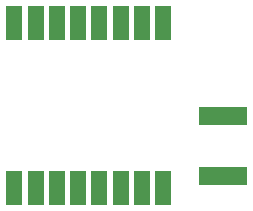
<source format=gbr>
G04 #@! TF.GenerationSoftware,KiCad,Pcbnew,(5.1.4)-1*
G04 #@! TF.CreationDate,2020-01-01T11:40:27-06:00*
G04 #@! TF.ProjectId,loRaWan1262_jlc,6c6f5261-5761-46e3-9132-36325f6a6c63,rev?*
G04 #@! TF.SameCoordinates,Original*
G04 #@! TF.FileFunction,Paste,Bot*
G04 #@! TF.FilePolarity,Positive*
%FSLAX46Y46*%
G04 Gerber Fmt 4.6, Leading zero omitted, Abs format (unit mm)*
G04 Created by KiCad (PCBNEW (5.1.4)-1) date 2020-01-01 11:40:27*
%MOMM*%
%LPD*%
G04 APERTURE LIST*
%ADD10R,1.400000X3.000000*%
%ADD11R,4.060000X1.520000*%
G04 APERTURE END LIST*
D10*
X170638000Y-96154000D03*
X168838000Y-96154000D03*
X167038000Y-96154000D03*
X165238000Y-96154000D03*
X163438000Y-96154000D03*
X161638000Y-96154000D03*
X159838000Y-96154000D03*
X158038000Y-96154000D03*
X158038000Y-82154000D03*
X159838000Y-82154000D03*
X161638000Y-82154000D03*
X163438000Y-82154000D03*
X165238000Y-82154000D03*
X167038000Y-82154000D03*
X168838000Y-82154000D03*
X170638000Y-82154000D03*
D11*
X175742600Y-90043000D03*
X175742600Y-95123000D03*
M02*

</source>
